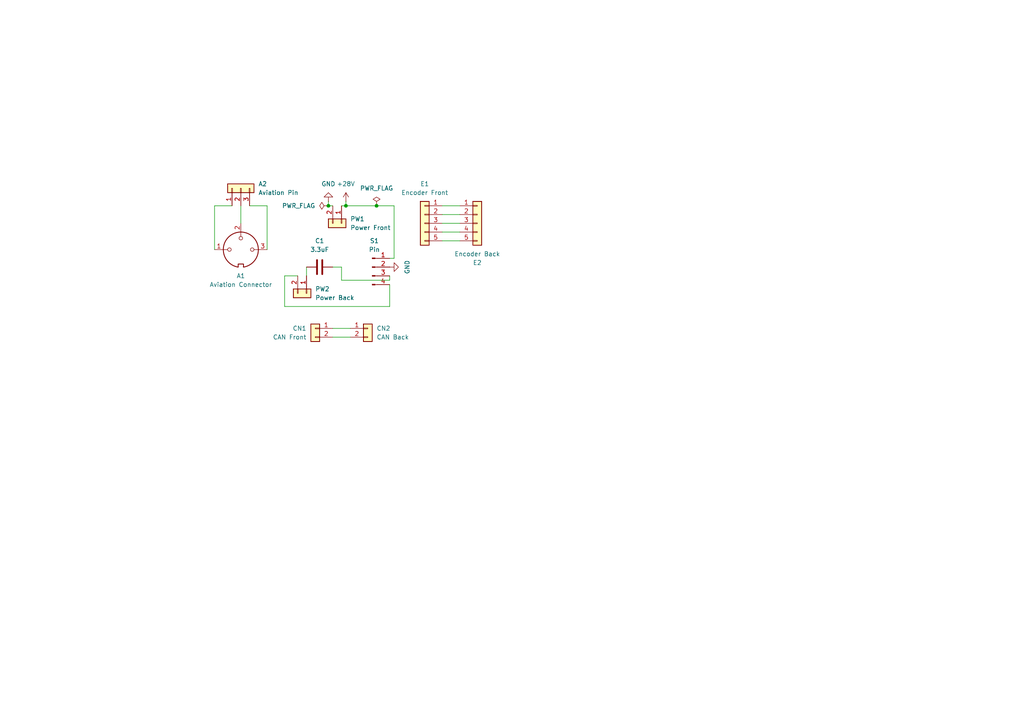
<source format=kicad_sch>
(kicad_sch (version 20231120) (generator "eeschema") (generator_version "8.0")
  (paper "A4")
  (lib_symbols
    (symbol "Connector:Conn_01x04_Pin" (pin_names (offset 1.016) hide)
      (property "Reference" "J" (at 0 5.08 0))
      (property "Value" "Conn_01x04_Pin" (at 0 -7.62 0))
      (symbol "Conn_01x04_Pin_1_1"
        (polyline (pts (xy 1.27 -5.08) (xy 0.8636 -5.08)) (stroke (width 0.1524)))
        (polyline (pts (xy 1.27 -2.54) (xy 0.8636 -2.54)) (stroke (width 0.1524)))
        (polyline (pts (xy 1.27 0) (xy 0.8636 0)) (stroke (width 0.1524)))
        (polyline (pts (xy 1.27 2.54) (xy 0.8636 2.54)) (stroke (width 0.1524)))
        (rectangle (start 0.8636 -4.953) (end 0 -5.207) (stroke (width 0.1524)) (fill (type outline)))
        (rectangle (start 0.8636 -2.413) (end 0 -2.667) (stroke (width 0.1524)) (fill (type outline)))
        (rectangle (start 0.8636 0.127) (end 0 -0.127) (stroke (width 0.1524)) (fill (type outline)))
        (rectangle (start 0.8636 2.667) (end 0 2.413) (stroke (width 0.1524)) (fill (type outline)))
        (pin passive line (at 5.08 2.54 180) (length 3.81) (name "Pin_1") (number "1"))
        (pin passive line (at 5.08 0 180) (length 3.81) (name "Pin_2") (number "2"))
        (pin passive line (at 5.08 -2.54 180) (length 3.81) (name "Pin_3") (number "3"))
        (pin passive line (at 5.08 -5.08 180) (length 3.81) (name "Pin_4") (number "4"))
      )
    )
    (symbol "Connector:DIN-3" (pin_names (offset 1.016))
      (property "Reference" "J" (at 3.302 6.35 0))
      (property "Value" "DIN-3" (at 0 -6.35 0))
      (symbol "DIN-3_0_1"
        (arc (start -5.08 0) (mid -3.8609 -3.3364) (end -0.762 -5.08) (stroke (width 0.254)))
        (circle (center -3.302 0) (radius 0.508))
        (polyline (pts (xy -3.81 0) (xy -5.08 0)))
        (polyline (pts (xy 0 3.81) (xy 0 5.08)))
        (polyline (pts (xy 5.08 0) (xy 3.81 0)))
        (polyline (pts (xy -0.762 -4.953) (xy -0.762 -4.191) (xy 0.762 -4.191) (xy 0.762 -4.953)) (stroke (width 0.254)))
        (circle (center 0 3.302) (radius 0.508))
        (arc (start 0.762 -5.08) (mid 3.8685 -3.343) (end 5.08 0) (stroke (width 0.254)))
        (circle (center 3.302 0) (radius 0.508))
        (arc (start 5.08 0) (mid 0 5.0579) (end -5.08 0) (stroke (width 0.254)))
      )
      (symbol "DIN-3_1_1"
        (pin passive line (at -7.62 0 0) (length 2.54) (name "~") (number "1"))
        (pin passive line (at 0 7.62 270) (length 2.54) (name "~") (number "2"))
        (pin passive line (at 7.62 0 180) (length 2.54) (name "~") (number "3"))
      )
    )
    (symbol "Connector_Generic:Conn_01x02" (pin_names (offset 1.016) hide)
      (property "Reference" "J" (at 0 2.54 0))
      (property "Value" "Conn_01x02" (at 0 -5.08 0))
      (symbol "Conn_01x02_1_1"
        (rectangle (start -1.27 -2.413) (end 0 -2.667) (stroke (width 0.1524)))
        (rectangle (start -1.27 0.127) (end 0 -0.127) (stroke (width 0.1524)))
        (rectangle (start -1.27 1.27) (end 1.27 -3.81) (stroke (width 0.254)) (fill (type background)))
        (pin passive line (at -5.08 0 0) (length 3.81) (name "Pin_1") (number "1"))
        (pin passive line (at -5.08 -2.54 0) (length 3.81) (name "Pin_2") (number "2"))
      )
    )
    (symbol "Connector_Generic:Conn_01x03" (pin_names (offset 1.016) hide)
      (property "Reference" "J" (at 0 5.08 0))
      (property "Value" "Conn_01x03" (at 0 -5.08 0))
      (symbol "Conn_01x03_1_1"
        (rectangle (start -1.27 -2.413) (end 0 -2.667) (stroke (width 0.1524)))
        (rectangle (start -1.27 0.127) (end 0 -0.127) (stroke (width 0.1524)))
        (rectangle (start -1.27 2.667) (end 0 2.413) (stroke (width 0.1524)))
        (rectangle (start -1.27 3.81) (end 1.27 -3.81) (stroke (width 0.254)) (fill (type background)))
        (pin passive line (at -5.08 2.54 0) (length 3.81) (name "Pin_1") (number "1"))
        (pin passive line (at -5.08 0 0) (length 3.81) (name "Pin_2") (number "2"))
        (pin passive line (at -5.08 -2.54 0) (length 3.81) (name "Pin_3") (number "3"))
      )
    )
    (symbol "Connector_Generic:Conn_01x05" (pin_names (offset 1.016) hide)
      (property "Reference" "J" (at 0 7.62 0))
      (property "Value" "Conn_01x05" (at 0 -7.62 0))
      (symbol "Conn_01x05_1_1"
        (rectangle (start -1.27 -4.953) (end 0 -5.207) (stroke (width 0.1524)))
        (rectangle (start -1.27 -2.413) (end 0 -2.667) (stroke (width 0.1524)))
        (rectangle (start -1.27 0.127) (end 0 -0.127) (stroke (width 0.1524)))
        (rectangle (start -1.27 2.667) (end 0 2.413) (stroke (width 0.1524)))
        (rectangle (start -1.27 5.207) (end 0 4.953) (stroke (width 0.1524)))
        (rectangle (start -1.27 6.35) (end 1.27 -6.35) (stroke (width 0.254)) (fill (type background)))
        (pin passive line (at -5.08 5.08 0) (length 3.81) (name "Pin_1") (number "1"))
        (pin passive line (at -5.08 2.54 0) (length 3.81) (name "Pin_2") (number "2"))
        (pin passive line (at -5.08 0 0) (length 3.81) (name "Pin_3") (number "3"))
        (pin passive line (at -5.08 -2.54 0) (length 3.81) (name "Pin_4") (number "4"))
        (pin passive line (at -5.08 -5.08 0) (length 3.81) (name "Pin_5") (number "5"))
      )
    )
    (symbol "Device:C" (pin_numbers hide) (pin_names (offset 0.254))
      (property "Reference" "C" (at 0.635 2.54 0))
      (property "Value" "C" (at 0.635 -2.54 0))
      (symbol "C_0_1"
        (polyline (pts (xy -2.032 -0.762) (xy 2.032 -0.762)) (stroke (width 0.508)))
        (polyline (pts (xy -2.032 0.762) (xy 2.032 0.762)) (stroke (width 0.508)))
      )
      (symbol "C_1_1"
        (pin passive line (at 0 3.81 270) (length 2.794) (name "~") (number "1"))
        (pin passive line (at 0 -3.81 90) (length 2.794) (name "~") (number "2"))
      )
    )
    (symbol "power:+28V" (power) (pin_numbers hide) (pin_names (offset 0) hide)
      (property "Value" "+28V" (at 0 3.556 0))
      (symbol "+28V_0_1"
        (polyline (pts (xy -0.762 1.27) (xy 0 2.54)))
        (polyline (pts (xy 0 0) (xy 0 2.54)))
        (polyline (pts (xy 0 2.54) (xy 0.762 1.27)))
      )
      (symbol "+28V_1_1"
        (pin power_in line (at 0 0 90) (length 0) (name "~") (number "1"))
      )
    )
    (symbol "power:GND" (power) (pin_numbers hide) (pin_names (offset 0) hide)
      (property "Value" "GND" (at 0 -3.81 0))
      (symbol "GND_0_1"
        (polyline (pts (xy 0 0) (xy 0 -1.27) (xy 1.27 -1.27) (xy 0 -2.54) (xy -1.27 -1.27) (xy 0 -1.27)))
      )
      (symbol "GND_1_1"
        (pin power_in line (at 0 0 270) (length 0) (name "~") (number "1"))
      )
    )
    (symbol "power:PWR_FLAG" (power) (pin_numbers hide) (pin_names (offset 0) hide)
      (property "Value" "PWR_FLAG" (at 0 3.81 0))
      (symbol "PWR_FLAG_0_0"
        (pin power_out line (at 0 0 90) (length 0) (name "~") (number "1"))
      )
      (symbol "PWR_FLAG_0_1"
        (polyline (pts (xy 0 0) (xy 0 1.27) (xy -1.016 1.905) (xy 0 2.54) (xy 1.016 1.905) (xy 0 1.27)))
      )
    )
  )
  (junction (at 109.22 59.69))
  (junction (at 100.33 59.69))
  (junction (at 95.25 59.69))
  (wire (pts (xy 133.35 62.23) (xy 128.27 62.23)))
  (wire (pts (xy 96.52 77.47) (xy 99.06 77.47)))
  (wire (pts (xy 114.3 59.69) (xy 114.3 74.93)))
  (wire (pts (xy 95.25 59.69) (xy 96.52 59.69)))
  (wire (pts (xy 77.47 59.69) (xy 77.47 72.39)))
  (wire (pts (xy 133.35 59.69) (xy 128.27 59.69)))
  (wire (pts (xy 113.03 82.55) (xy 113.03 88.9)))
  (wire (pts (xy 99.06 81.28) (xy 113.03 81.28)))
  (wire (pts (xy 69.85 59.69) (xy 69.85 64.77)))
  (wire (pts (xy 88.9 77.47) (xy 88.9 80.01)))
  (wire (pts (xy 82.55 80.01) (xy 86.36 80.01)))
  (wire (pts (xy 100.33 59.69) (xy 99.06 59.69)))
  (wire (pts (xy 99.06 77.47) (xy 99.06 81.28)))
  (wire (pts (xy 109.22 59.69) (xy 114.3 59.69)))
  (wire (pts (xy 114.3 74.93) (xy 113.03 74.93)))
  (wire (pts (xy 96.52 95.25) (xy 101.6 95.25)))
  (wire (pts (xy 113.03 81.28) (xy 113.03 80.01)))
  (wire (pts (xy 100.33 58.42) (xy 100.33 59.69)))
  (wire (pts (xy 62.23 59.69) (xy 62.23 72.39)))
  (wire (pts (xy 113.03 88.9) (xy 82.55 88.9)))
  (wire (pts (xy 95.25 58.42) (xy 95.25 59.69)))
  (wire (pts (xy 67.31 59.69) (xy 62.23 59.69)))
  (wire (pts (xy 96.52 97.79) (xy 101.6 97.79)))
  (wire (pts (xy 100.33 59.69) (xy 109.22 59.69)))
  (wire (pts (xy 133.35 67.31) (xy 128.27 67.31)))
  (wire (pts (xy 133.35 64.77) (xy 128.27 64.77)))
  (wire (pts (xy 72.39 59.69) (xy 77.47 59.69)))
  (wire (pts (xy 82.55 88.9) (xy 82.55 80.01)))
  (wire (pts (xy 133.35 69.85) (xy 128.27 69.85)))
  (symbol (lib_id "power:GND") (at 95.25 58.42 0) (mirror x) (unit 1)
    (property "Reference" "#PWR02" (effects (hide yes)))
    (property "Value" "GND" (at 95.25 53.34 0))
    (property "Description" "Power symbol creates a global label with name \"GND\" , ground" (effects (hide yes)))
  )
  (symbol (lib_id "Connector_Generic:Conn_01x02") (at 99.06 64.77 270) (unit 1)
    (property "Reference" "PW1" (at 101.6 63.4999 90) (effects (justify left)))
    (property "Value" "Power Front" (at 101.6 66.0399 90) (effects (justify left)))
    (property "Footprint" "Connector_PinHeader_2.54mm:PinHeader_1x02_P2.54mm_Vertical" (effects (hide yes)))
    (property "Description" "Generic connector, single row, 01x02, script generated (kicad-library-utils/schlib/autogen/connector/)" (effects (hide yes)))
  )
  (symbol (lib_id "Connector_Generic:Conn_01x02") (at 88.9 85.09 270) (unit 1)
    (property "Reference" "PW2" (at 91.44 83.8199 90) (effects (justify left)))
    (property "Value" "Power Back" (at 91.44 86.3599 90) (effects (justify left)))
    (property "Footprint" "Connector_PinHeader_2.54mm:PinHeader_1x02_P2.54mm_Vertical" (effects (hide yes)))
    (property "Description" "Generic connector, single row, 01x02, script generated (kicad-library-utils/schlib/autogen/connector/)" (effects (hide yes)))
  )
  (symbol (lib_id "Connector_Generic:Conn_01x05") (at 123.19 64.77 0) (mirror y) (unit 1)
    (property "Reference" "E1" (at 123.19 53.34 0))
    (property "Value" "Encoder Front" (at 123.19 55.88 0))
    (property "Footprint" "Connector_PinHeader_2.54mm:PinHeader_1x05_P2.54mm_Vertical" (effects (hide yes)))
    (property "Description" "Generic connector, single row, 01x05, script generated (kicad-library-utils/schlib/autogen/connector/)" (effects (hide yes)))
  )
  (symbol (lib_id "power:PWR_FLAG") (at 95.25 59.69 90) (unit 1)
    (property "Reference" "#FLG02" (effects (hide yes)))
    (property "Value" "PWR_FLAG" (at 91.44 59.6899 90) (effects (justify left)))
    (property "Description" "Special symbol for telling ERC where power comes from" (effects (hide yes)))
  )
  (symbol (lib_id "power:PWR_FLAG") (at 109.22 59.69 0) (unit 1)
    (property "Reference" "#FLG01" (effects (hide yes)))
    (property "Value" "PWR_FLAG" (at 109.22 54.61 0))
    (property "Description" "Special symbol for telling ERC where power comes from" (effects (hide yes)))
  )
  (symbol (lib_id "power:+28V") (at 100.33 58.42 0) (unit 1)
    (property "Reference" "#PWR01" (effects (hide yes)))
    (property "Value" "+28V" (at 100.33 53.34 0))
    (property "Description" "Power symbol creates a global label with name \"+28V\"" (effects (hide yes)))
  )
  (symbol (lib_id "Connector_Generic:Conn_01x05") (at 138.43 64.77 0) (unit 1)
    (property "Reference" "E2" (at 138.43 76.2 0))
    (property "Value" "Encoder Back" (at 138.43 73.66 0))
    (property "Footprint" "Connector_PinHeader_2.54mm:PinHeader_1x05_P2.54mm_Vertical" (effects (hide yes)))
    (property "Description" "Generic connector, single row, 01x05, script generated (kicad-library-utils/schlib/autogen/connector/)" (effects (hide yes)))
  )
  (symbol (lib_id "power:GND") (at 113.03 77.47 90) (mirror x) (unit 1)
    (property "Reference" "#PWR04" (effects (hide yes)))
    (property "Value" "GND" (at 118.11 77.47 0))
    (property "Description" "Power symbol creates a global label with name \"GND\" , ground" (effects (hide yes)))
  )
  (symbol (lib_id "Connector_Generic:Conn_01x03") (at 69.85 54.61 90) (unit 1)
    (property "Reference" "A2" (at 74.93 53.3399 90) (effects (justify right)))
    (property "Value" "Aviation Pin" (at 74.93 55.8799 90) (effects (justify right)))
    (property "Footprint" "Connector_PinHeader_2.54mm:PinHeader_1x03_P2.54mm_Vertical" (effects (hide yes)))
    (property "Description" "Generic connector, single row, 01x03, script generated (kicad-library-utils/schlib/autogen/connector/)" (effects (hide yes)))
  )
  (symbol (lib_id "Connector:Conn_01x04_Pin") (at 107.95 77.47 0) (unit 1)
    (property "Reference" "S1" (at 108.585 69.85 0))
    (property "Value" "Pin" (at 108.585 72.39 0))
    (property "Footprint" "Connector_Wire:SolderWire-0.5sqmm_1x04_P4.6mm_D0.9mm_OD2.1mm" (effects (hide yes)))
    (property "Description" "Generic connector, single row, 01x04, script generated" (effects (hide yes)))
  )
  (symbol (lib_id "Connector:DIN-3") (at 69.85 72.39 0) (unit 1)
    (property "Reference" "A1" (at 69.8501 80.01 0))
    (property "Value" "Aviation Connector" (at 69.8501 82.55 0))
    (property "Footprint" "Library:GX-16-3" (effects (hide yes)))
    (property "Datasheet" "http://www.mouser.com/ds/2/18/40_c091_abd_e-75918.pdf" (effects (hide yes)))
    (property "Description" "3-pin DIN connector" (effects (hide yes)))
  )
  (symbol (lib_id "Device:C") (at 92.71 77.47 90) (unit 1)
    (property "Reference" "C1" (at 92.71 69.85 90))
    (property "Value" "3.3uF" (at 92.71 72.39 90))
    (property "Footprint" "Capacitor_THT:CP_Radial_D4.0mm_P1.50mm" (effects (hide yes)))
    (property "Description" "Unpolarized capacitor" (effects (hide yes)))
  )
  (symbol (lib_id "Connector_Generic:Conn_01x02") (at 91.44 95.25 0) (mirror y) (unit 1)
    (property "Reference" "CN1" (at 88.9 95.2499 0) (effects (justify left)))
    (property "Value" "CAN Front" (at 88.9 97.7899 0) (effects (justify left)))
    (property "Footprint" "Connector_PinHeader_2.54mm:PinHeader_1x02_P2.54mm_Vertical" (effects (hide yes)))
    (property "Description" "Generic connector, single row, 01x02, script generated (kicad-library-utils/schlib/autogen/connector/)" (effects (hide yes)))
  )
  (symbol (lib_id "Connector_Generic:Conn_01x02") (at 106.68 95.25 0) (unit 1)
    (property "Reference" "CN2" (at 109.22 95.2499 0) (effects (justify left)))
    (property "Value" "CAN Back" (at 109.22 97.7899 0) (effects (justify left)))
    (property "Footprint" "Connector_PinHeader_2.54mm:PinHeader_1x02_P2.54mm_Vertical" (effects (hide yes)))
    (property "Description" "Generic connector, single row, 01x02, script generated (kicad-library-utils/schlib/autogen/connector/)" (effects (hide yes)))
  )
)
</source>
